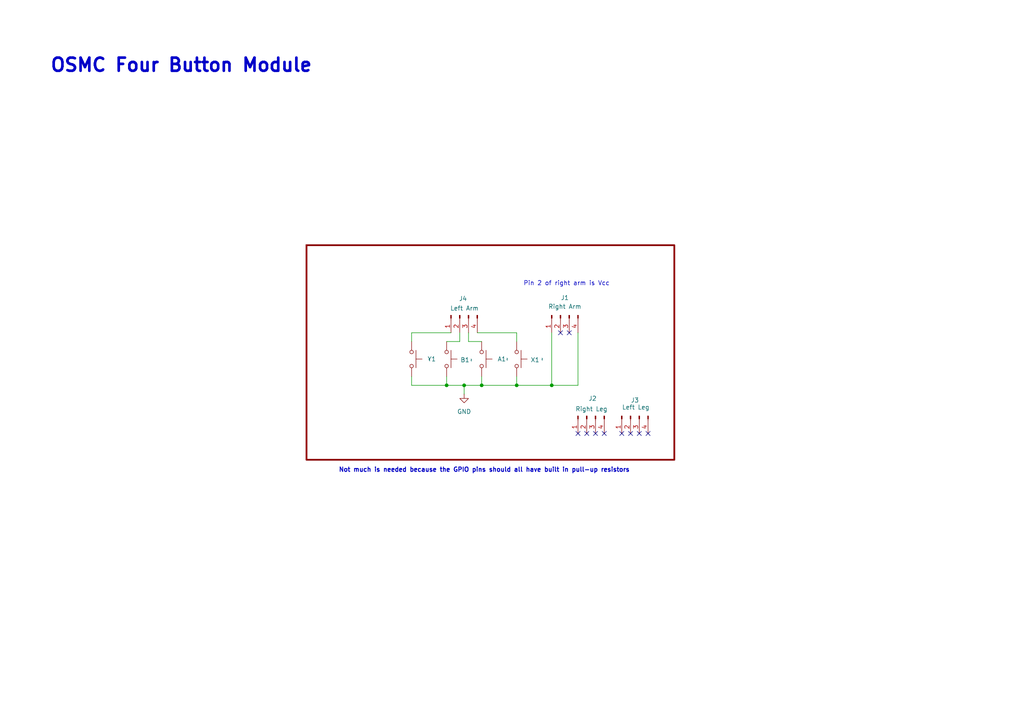
<source format=kicad_sch>
(kicad_sch (version 20250114) (generator "eeschema") (generator_version "9.0")
  (paper "A4")
  (title_block (title "OSMC_Module_Buttons") (date "2025-09-30") (rev "0.1") (company "OSHE"))
  (lib_symbols
    (symbol "Connector:Conn_01x04_Pin" (pin_names (offset 1.016) (hide yes))
      (property "Reference" "J" (at 0 5.08 0))
      (property "Value" "Conn_01x04_Pin" (at 0 -7.62 0))
      (symbol "Conn_01x04_Pin_1_1"
        (rectangle (start 0.8636 2.667) (end 0 2.413) (stroke (width 0.1524)) (fill (type outline)))
        (rectangle (start 0.8636 0.127) (end 0 -0.127) (stroke (width 0.1524)) (fill (type outline)))
        (rectangle (start 0.8636 -2.413) (end 0 -2.667) (stroke (width 0.1524)) (fill (type outline)))
        (rectangle (start 0.8636 -4.953) (end 0 -5.207) (stroke (width 0.1524)) (fill (type outline)))
        (polyline (pts (xy 1.27 2.54) (xy 0.8636 2.54)) (stroke (width 0.1524)))
        (polyline (pts (xy 1.27 0) (xy 0.8636 0)) (stroke (width 0.1524)))
        (polyline (pts (xy 1.27 -2.54) (xy 0.8636 -2.54)) (stroke (width 0.1524)))
        (polyline (pts (xy 1.27 -5.08) (xy 0.8636 -5.08)) (stroke (width 0.1524)))
        (pin passive line (at 5.08 2.54 180) (length 3.81) (name "Pin_1") (number "1"))
        (pin passive line (at 5.08 0 180) (length 3.81) (name "Pin_2") (number "2"))
        (pin passive line (at 5.08 -2.54 180) (length 3.81) (name "Pin_3") (number "3"))
        (pin passive line (at 5.08 -5.08 180) (length 3.81) (name "Pin_4") (number "4"))
      )
    )
    (symbol "Switch:SW_Push" (pin_numbers (hide yes)) (pin_names (offset 1.016) (hide yes))
      (property "Reference" "SW" (at 1.27 2.54 0))
      (property "Value" "SW_Push" (at 0 -1.524 0))
      (symbol "SW_Push_0_1"
        (circle (center -2.032 0) (radius 0.508))
        (polyline (pts (xy 0 1.27) (xy 0 3.048)))
        (circle (center 2.032 0) (radius 0.508))
        (polyline (pts (xy 2.54 1.27) (xy -2.54 1.27)))
        (pin passive line (at -5.08 0 0) (length 2.54) (name "1") (number "1"))
        (pin passive line (at 5.08 0 180) (length 2.54) (name "2") (number "2"))
      )
    )
    (symbol "power:GND" (power) (pin_numbers (hide yes)) (pin_names (offset 0) (hide yes))
      (property "Value" "GND" (at 0 -3.81 0))
      (symbol "GND_0_1"
        (polyline (pts (xy 0 0) (xy 0 -1.27) (xy 1.27 -1.27) (xy 0 -2.54) (xy -1.27 -1.27) (xy 0 -1.27)))
      )
      (symbol "GND_1_1"
        (pin power_in line (at 0 0 270) (length 0) (name "~") (number "1"))
      )
    )
  )
  (rectangle (start 88.9 71.12) (end 195.58 133.35) (stroke (width 0.508) (color 132 0 0 1)))
  (text "Not much is needed because the GPIO pins should all have built in pull-up resistors" (at 140.462 136.398 0) (effects (font (size 1.27 1.27) (thickness 0.254) (bold yes))))
  (text "Pin 2 of right arm is Vcc\n" (at 164.338 82.296 0) (effects (font (size 1.27 1.27))))
  (text "OSMC Four Button Module" (at 52.578 19.05 0) (effects (font (size 3.81 3.81) (thickness 0.762) (bold yes))))
  (junction (at 129.54 111.76))
  (junction (at 160.02 111.76))
  (junction (at 134.62 111.76))
  (junction (at 139.7 111.76))
  (junction (at 149.86 111.76))
  (no_connect (at 185.42 125.73))
  (no_connect (at 175.26 125.73))
  (no_connect (at 182.88 125.73))
  (no_connect (at 162.56 96.52))
  (no_connect (at 180.34 125.73))
  (no_connect (at 172.72 125.73))
  (no_connect (at 167.64 125.73))
  (no_connect (at 170.18 125.73))
  (no_connect (at 165.1 96.52))
  (no_connect (at 187.96 125.73))
  (wire (pts (xy 135.89 99.06) (xy 139.7 99.06)))
  (wire (pts (xy 167.64 111.76) (xy 160.02 111.76)))
  (wire (pts (xy 149.86 96.52) (xy 149.86 99.06)))
  (wire (pts (xy 119.38 111.76) (xy 129.54 111.76)))
  (wire (pts (xy 138.43 96.52) (xy 149.86 96.52)))
  (wire (pts (xy 129.54 109.22) (xy 129.54 111.76)))
  (wire (pts (xy 139.7 111.76) (xy 149.86 111.76)))
  (wire (pts (xy 160.02 96.52) (xy 160.02 111.76)))
  (wire (pts (xy 149.86 109.22) (xy 149.86 111.76)))
  (wire (pts (xy 133.35 96.52) (xy 133.35 99.06)))
  (wire (pts (xy 133.35 99.06) (xy 129.54 99.06)))
  (wire (pts (xy 129.54 111.76) (xy 134.62 111.76)))
  (wire (pts (xy 119.38 96.52) (xy 119.38 99.06)))
  (wire (pts (xy 135.89 96.52) (xy 135.89 99.06)))
  (wire (pts (xy 119.38 109.22) (xy 119.38 111.76)))
  (wire (pts (xy 139.7 109.22) (xy 139.7 111.76)))
  (wire (pts (xy 130.81 96.52) (xy 119.38 96.52)))
  (wire (pts (xy 149.86 111.76) (xy 160.02 111.76)))
  (wire (pts (xy 167.64 96.52) (xy 167.64 111.76)))
  (wire (pts (xy 134.62 114.3) (xy 134.62 111.76)))
  (wire (pts (xy 134.62 111.76) (xy 139.7 111.76)))
  (symbol (lib_id "Switch:SW_Push") (at 149.86 104.14 270) (unit 1)
    (property "Reference" "X1" (at 155.194 104.394 90))
    (property "Value" "~" (at 157.226 104.14 0))
    (property "Footprint" "Button_Switch_THT:SW_TH_Tactile_Omron_B3F-100x" (effects (hide yes)))
    (property "Description" "Push button switch, generic, two pins" (effects (hide yes)))
  )
  (symbol (lib_id "power:GND") (at 134.62 114.3 0) (unit 1)
    (property "Reference" "#PWR01" (effects (hide yes)))
    (property "Value" "GND" (at 134.62 119.38 0))
    (property "Description" "Power symbol creates a global label with name \"GND\" , ground" (effects (hide yes)))
  )
  (symbol (lib_id "Connector:Conn_01x04_Pin") (at 182.88 120.65 90) (mirror x) (unit 1)
    (property "Reference" "J3" (at 184.15 116.078 90))
    (property "Value" "Left Leg" (at 184.404 118.11 90))
    (property "Footprint" "Connector_PinHeader_2.54mm:PinHeader_1x04_P2.54mm_Vertical" (effects (hide yes)))
    (property "Description" "Generic connector, single row, 01x04, script generated" (effects (hide yes)))
  )
  (symbol (lib_id "Connector:Conn_01x04_Pin") (at 162.56 91.44 90) (mirror x) (unit 1)
    (property "Reference" "J1" (at 163.83 86.36 90))
    (property "Value" "Right Arm" (at 163.83 88.9 90))
    (property "Footprint" "Connector_PinHeader_2.54mm:PinHeader_1x04_P2.54mm_Vertical" (effects (hide yes)))
    (property "Description" "Generic connector, single row, 01x04, script generated" (effects (hide yes)))
  )
  (symbol (lib_id "Switch:SW_Push") (at 119.38 104.14 270) (unit 1)
    (property "Reference" "Y1" (at 125.222 104.14 90))
    (property "Value" "~" (at 124.46 104.14 0))
    (property "Footprint" "Button_Switch_THT:SW_TH_Tactile_Omron_B3F-100x" (effects (hide yes)))
    (property "Description" "Push button switch, generic, two pins" (effects (hide yes)))
  )
  (symbol (lib_id "Connector:Conn_01x04_Pin") (at 170.18 120.65 90) (mirror x) (unit 1)
    (property "Reference" "J2" (at 170.688 115.57 90) (effects (justify right)))
    (property "Value" "Right Leg" (at 166.878 118.618 90) (effects (justify right)))
    (property "Footprint" "Connector_PinHeader_2.54mm:PinHeader_1x04_P2.54mm_Vertical" (effects (hide yes)))
    (property "Description" "Generic connector, single row, 01x04, script generated" (effects (hide yes)))
  )
  (symbol (lib_id "Switch:SW_Push") (at 139.7 104.14 270) (unit 1)
    (property "Reference" "A1" (at 145.542 104.14 90))
    (property "Value" "~" (at 147.066 104.14 0))
    (property "Footprint" "Button_Switch_THT:SW_TH_Tactile_Omron_B3F-100x" (effects (hide yes)))
    (property "Description" "Push button switch, generic, two pins" (effects (hide yes)))
  )
  (symbol (lib_id "Connector:Conn_01x04_Pin") (at 133.35 91.44 90) (mirror x) (unit 1)
    (property "Reference" "J4" (at 133.096 86.614 90) (effects (justify right)))
    (property "Value" "Left Arm" (at 130.556 89.408 90) (effects (justify right)))
    (property "Footprint" "Connector_PinHeader_2.54mm:PinHeader_1x04_P2.54mm_Vertical" (effects (hide yes)))
    (property "Description" "Generic connector, single row, 01x04, script generated" (effects (hide yes)))
  )
  (symbol (lib_id "Switch:SW_Push") (at 129.54 104.14 270) (unit 1)
    (property "Reference" "B1" (at 134.874 104.394 90))
    (property "Value" "~" (at 136.652 104.394 0))
    (property "Footprint" "Button_Switch_THT:SW_TH_Tactile_Omron_B3F-100x" (effects (hide yes)))
    (property "Description" "Push button switch, generic, two pins" (effects (hide yes)))
  )
)
</source>
